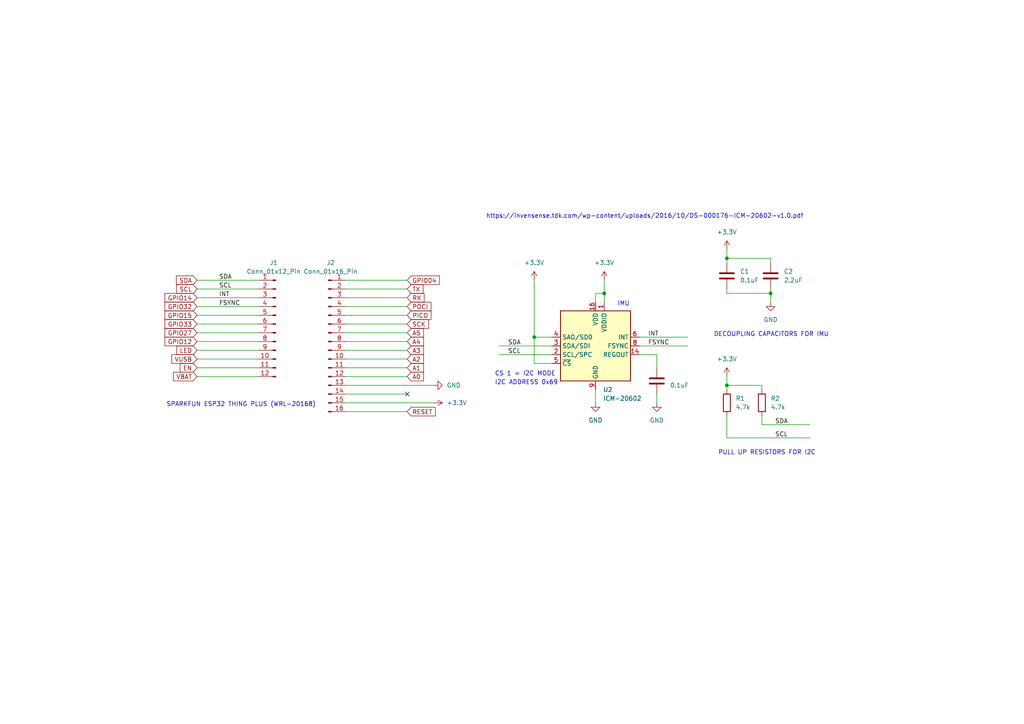
<source format=kicad_sch>
(kicad_sch (version 20230121) (generator eeschema)
  (paper "A4")
  (title_block (title "CSE/EE 475 ESP32 Example") (rev "1.0") (company "University of Washington"))
  (lib_symbols
    (symbol "Connector:Conn_01x12_Pin" (pin_names (offset 1.016) hide)
      (property "Reference" "J" (at 0 15.24 0))
      (property "Value" "Conn_01x12_Pin" (at 0 -17.78 0))
      (symbol "Conn_01x12_Pin_1_1"
        (polyline (pts (xy 1.27 -15.24) (xy 0.8636 -15.24)) (stroke (width 0.1524)))
        (polyline (pts (xy 1.27 -12.7) (xy 0.8636 -12.7)) (stroke (width 0.1524)))
        (polyline (pts (xy 1.27 -10.16) (xy 0.8636 -10.16)) (stroke (width 0.1524)))
        (polyline (pts (xy 1.27 -7.62) (xy 0.8636 -7.62)) (stroke (width 0.1524)))
        (polyline (pts (xy 1.27 -5.08) (xy 0.8636 -5.08)) (stroke (width 0.1524)))
        (polyline (pts (xy 1.27 -2.54) (xy 0.8636 -2.54)) (stroke (width 0.1524)))
        (polyline (pts (xy 1.27 0) (xy 0.8636 0)) (stroke (width 0.1524)))
        (polyline (pts (xy 1.27 2.54) (xy 0.8636 2.54)) (stroke (width 0.1524)))
        (polyline (pts (xy 1.27 5.08) (xy 0.8636 5.08)) (stroke (width 0.1524)))
        (polyline (pts (xy 1.27 7.62) (xy 0.8636 7.62)) (stroke (width 0.1524)))
        (polyline (pts (xy 1.27 10.16) (xy 0.8636 10.16)) (stroke (width 0.1524)))
        (polyline (pts (xy 1.27 12.7) (xy 0.8636 12.7)) (stroke (width 0.1524)))
        (rectangle (start 0.8636 -15.113) (end 0 -15.367) (stroke (width 0.1524)) (fill (type outline)))
        (rectangle (start 0.8636 -12.573) (end 0 -12.827) (stroke (width 0.1524)) (fill (type outline)))
        (rectangle (start 0.8636 -10.033) (end 0 -10.287) (stroke (width 0.1524)) (fill (type outline)))
        (rectangle (start 0.8636 -7.493) (end 0 -7.747) (stroke (width 0.1524)) (fill (type outline)))
        (rectangle (start 0.8636 -4.953) (end 0 -5.207) (stroke (width 0.1524)) (fill (type outline)))
        (rectangle (start 0.8636 -2.413) (end 0 -2.667) (stroke (width 0.1524)) (fill (type outline)))
        (rectangle (start 0.8636 0.127) (end 0 -0.127) (stroke (width 0.1524)) (fill (type outline)))
        (rectangle (start 0.8636 2.667) (end 0 2.413) (stroke (width 0.1524)) (fill (type outline)))
        (rectangle (start 0.8636 5.207) (end 0 4.953) (stroke (width 0.1524)) (fill (type outline)))
        (rectangle (start 0.8636 7.747) (end 0 7.493) (stroke (width 0.1524)) (fill (type outline)))
        (rectangle (start 0.8636 10.287) (end 0 10.033) (stroke (width 0.1524)) (fill (type outline)))
        (rectangle (start 0.8636 12.827) (end 0 12.573) (stroke (width 0.1524)) (fill (type outline)))
        (pin passive line (at 5.08 12.7 180) (length 3.81) (name "Pin_1") (number "1"))
        (pin passive line (at 5.08 -10.16 180) (length 3.81) (name "Pin_10") (number "10"))
        (pin passive line (at 5.08 -12.7 180) (length 3.81) (name "Pin_11") (number "11"))
        (pin passive line (at 5.08 -15.24 180) (length 3.81) (name "Pin_12") (number "12"))
        (pin passive line (at 5.08 10.16 180) (length 3.81) (name "Pin_2") (number "2"))
        (pin passive line (at 5.08 7.62 180) (length 3.81) (name "Pin_3") (number "3"))
        (pin passive line (at 5.08 5.08 180) (length 3.81) (name "Pin_4") (number "4"))
        (pin passive line (at 5.08 2.54 180) (length 3.81) (name "Pin_5") (number "5"))
        (pin passive line (at 5.08 0 180) (length 3.81) (name "Pin_6") (number "6"))
        (pin passive line (at 5.08 -2.54 180) (length 3.81) (name "Pin_7") (number "7"))
        (pin passive line (at 5.08 -5.08 180) (length 3.81) (name "Pin_8") (number "8"))
        (pin passive line (at 5.08 -7.62 180) (length 3.81) (name "Pin_9") (number "9"))
      )
    )
    (symbol "Connector:Conn_01x16_Pin" (pin_names (offset 1.016) hide)
      (property "Reference" "J" (at 0 20.32 0))
      (property "Value" "Conn_01x16_Pin" (at 0 -22.86 0))
      (symbol "Conn_01x16_Pin_1_1"
        (polyline (pts (xy 1.27 -20.32) (xy 0.8636 -20.32)) (stroke (width 0.1524)))
        (polyline (pts (xy 1.27 -17.78) (xy 0.8636 -17.78)) (stroke (width 0.1524)))
        (polyline (pts (xy 1.27 -15.24) (xy 0.8636 -15.24)) (stroke (width 0.1524)))
        (polyline (pts (xy 1.27 -12.7) (xy 0.8636 -12.7)) (stroke (width 0.1524)))
        (polyline (pts (xy 1.27 -10.16) (xy 0.8636 -10.16)) (stroke (width 0.1524)))
        (polyline (pts (xy 1.27 -7.62) (xy 0.8636 -7.62)) (stroke (width 0.1524)))
        (polyline (pts (xy 1.27 -5.08) (xy 0.8636 -5.08)) (stroke (width 0.1524)))
        (polyline (pts (xy 1.27 -2.54) (xy 0.8636 -2.54)) (stroke (width 0.1524)))
        (polyline (pts (xy 1.27 0) (xy 0.8636 0)) (stroke (width 0.1524)))
        (polyline (pts (xy 1.27 2.54) (xy 0.8636 2.54)) (stroke (width 0.1524)))
        (polyline (pts (xy 1.27 5.08) (xy 0.8636 5.08)) (stroke (width 0.1524)))
        (polyline (pts (xy 1.27 7.62) (xy 0.8636 7.62)) (stroke (width 0.1524)))
        (polyline (pts (xy 1.27 10.16) (xy 0.8636 10.16)) (stroke (width 0.1524)))
        (polyline (pts (xy 1.27 12.7) (xy 0.8636 12.7)) (stroke (width 0.1524)))
        (polyline (pts (xy 1.27 15.24) (xy 0.8636 15.24)) (stroke (width 0.1524)))
        (polyline (pts (xy 1.27 17.78) (xy 0.8636 17.78)) (stroke (width 0.1524)))
        (rectangle (start 0.8636 -20.193) (end 0 -20.447) (stroke (width 0.1524)) (fill (type outline)))
        (rectangle (start 0.8636 -17.653) (end 0 -17.907) (stroke (width 0.1524)) (fill (type outline)))
        (rectangle (start 0.8636 -15.113) (end 0 -15.367) (stroke (width 0.1524)) (fill (type outline)))
        (rectangle (start 0.8636 -12.573) (end 0 -12.827) (stroke (width 0.1524)) (fill (type outline)))
        (rectangle (start 0.8636 -10.033) (end 0 -10.287) (stroke (width 0.1524)) (fill (type outline)))
        (rectangle (start 0.8636 -7.493) (end 0 -7.747) (stroke (width 0.1524)) (fill (type outline)))
        (rectangle (start 0.8636 -4.953) (end 0 -5.207) (stroke (width 0.1524)) (fill (type outline)))
        (rectangle (start 0.8636 -2.413) (end 0 -2.667) (stroke (width 0.1524)) (fill (type outline)))
        (rectangle (start 0.8636 0.127) (end 0 -0.127) (stroke (width 0.1524)) (fill (type outline)))
        (rectangle (start 0.8636 2.667) (end 0 2.413) (stroke (width 0.1524)) (fill (type outline)))
        (rectangle (start 0.8636 5.207) (end 0 4.953) (stroke (width 0.1524)) (fill (type outline)))
        (rectangle (start 0.8636 7.747) (end 0 7.493) (stroke (width 0.1524)) (fill (type outline)))
        (rectangle (start 0.8636 10.287) (end 0 10.033) (stroke (width 0.1524)) (fill (type outline)))
        (rectangle (start 0.8636 12.827) (end 0 12.573) (stroke (width 0.1524)) (fill (type outline)))
        (rectangle (start 0.8636 15.367) (end 0 15.113) (stroke (width 0.1524)) (fill (type outline)))
        (rectangle (start 0.8636 17.907) (end 0 17.653) (stroke (width 0.1524)) (fill (type outline)))
        (pin passive line (at 5.08 17.78 180) (length 3.81) (name "Pin_1") (number "1"))
        (pin passive line (at 5.08 -5.08 180) (length 3.81) (name "Pin_10") (number "10"))
        (pin passive line (at 5.08 -7.62 180) (length 3.81) (name "Pin_11") (number "11"))
        (pin passive line (at 5.08 -10.16 180) (length 3.81) (name "Pin_12") (number "12"))
        (pin passive line (at 5.08 -12.7 180) (length 3.81) (name "Pin_13") (number "13"))
        (pin passive line (at 5.08 -15.24 180) (length 3.81) (name "Pin_14") (number "14"))
        (pin passive line (at 5.08 -17.78 180) (length 3.81) (name "Pin_15") (number "15"))
        (pin passive line (at 5.08 -20.32 180) (length 3.81) (name "Pin_16") (number "16"))
        (pin passive line (at 5.08 15.24 180) (length 3.81) (name "Pin_2") (number "2"))
        (pin passive line (at 5.08 12.7 180) (length 3.81) (name "Pin_3") (number "3"))
        (pin passive line (at 5.08 10.16 180) (length 3.81) (name "Pin_4") (number "4"))
        (pin passive line (at 5.08 7.62 180) (length 3.81) (name "Pin_5") (number "5"))
        (pin passive line (at 5.08 5.08 180) (length 3.81) (name "Pin_6") (number "6"))
        (pin passive line (at 5.08 2.54 180) (length 3.81) (name "Pin_7") (number "7"))
        (pin passive line (at 5.08 0 180) (length 3.81) (name "Pin_8") (number "8"))
        (pin passive line (at 5.08 -2.54 180) (length 3.81) (name "Pin_9") (number "9"))
      )
    )
    (symbol "Device:C" (pin_numbers hide) (pin_names (offset 0.254))
      (property "Reference" "C" (at 0.635 2.54 0))
      (property "Value" "C" (at 0.635 -2.54 0))
      (symbol "C_0_1"
        (polyline (pts (xy -2.032 -0.762) (xy 2.032 -0.762)) (stroke (width 0.508)))
        (polyline (pts (xy -2.032 0.762) (xy 2.032 0.762)) (stroke (width 0.508)))
      )
      (symbol "C_1_1"
        (pin passive line (at 0 3.81 270) (length 2.794) (name "~") (number "1"))
        (pin passive line (at 0 -3.81 90) (length 2.794) (name "~") (number "2"))
      )
    )
    (symbol "Device:R" (pin_numbers hide) (pin_names (offset 0))
      (property "Reference" "R" (at 2.032 0 90))
      (property "Value" "R" (at 0 0 90))
      (symbol "R_0_1"
        (rectangle (start -1.016 -2.54) (end 1.016 2.54) (stroke (width 0.254)))
      )
      (symbol "R_1_1"
        (pin passive line (at 0 3.81 270) (length 1.27) (name "~") (number "1"))
        (pin passive line (at 0 -3.81 90) (length 1.27) (name "~") (number "2"))
      )
    )
    (symbol "Sensor_Motion:ICM-20602"
      (property "Reference" "U" (at -10.16 11.43 0))
      (property "Value" "ICM-20602" (at 10.16 11.43 0))
      (symbol "ICM-20602_0_1"
        (rectangle (start -10.16 10.16) (end 10.16 -10.16) (stroke (width 0.254)) (fill (type background)))
      )
      (symbol "ICM-20602_1_1"
        (pin power_in line (at 2.54 12.7 270) (length 2.54) (name "VDDIO") (number "1"))
        (pin passive line (at 0 -12.7 90) (length 2.54) hide (name "GND") (number "10"))
        (pin passive line (at 0 -12.7 90) (length 2.54) hide (name "GND") (number "11"))
        (pin passive line (at 0 -12.7 90) (length 2.54) hide (name "GND") (number "12"))
        (pin passive line (at 0 -12.7 90) (length 2.54) hide (name "GND") (number "13"))
        (pin passive line (at 12.7 -2.54 180) (length 2.54) (name "REGOUT") (number "14"))
        (pin passive line (at 0 -12.7 90) (length 2.54) hide (name "GND") (number "15"))
        (pin power_in line (at 0 12.7 270) (length 2.54) (name "VDD") (number "16"))
        (pin input line (at -12.7 -2.54 0) (length 2.54) (name "SCL/SPC") (number "2"))
        (pin bidirectional line (at -12.7 0 0) (length 2.54) (name "SDA/SDI") (number "3"))
        (pin bidirectional line (at -12.7 2.54 0) (length 2.54) (name "SAO/SD0") (number "4"))
        (pin input line (at -12.7 -5.08 0) (length 2.54) (name "~{CS}") (number "5"))
        (pin output line (at 12.7 2.54 180) (length 2.54) (name "INT") (number "6"))
        (pin no_connect line (at -10.16 5.08 0) (length 2.54) hide (name "RESV") (number "7"))
        (pin input line (at 12.7 0 180) (length 2.54) (name "FSYNC") (number "8"))
        (pin power_in line (at 0 -12.7 90) (length 2.54) (name "GND") (number "9"))
      )
    )
    (symbol "power:+3.3V" (power) (pin_names (offset 0))
      (property "Value" "+3.3V" (at 0 3.556 0))
      (symbol "+3.3V_0_1"
        (polyline (pts (xy -0.762 1.27) (xy 0 2.54)))
        (polyline (pts (xy 0 0) (xy 0 2.54)))
        (polyline (pts (xy 0 2.54) (xy 0.762 1.27)))
      )
      (symbol "+3.3V_1_1"
        (pin power_in line (at 0 0 90) (length 0) hide (name "+3.3V") (number "1"))
      )
    )
    (symbol "power:GND" (power) (pin_names (offset 0))
      (property "Value" "GND" (at 0 -3.81 0))
      (symbol "GND_0_1"
        (polyline (pts (xy 0 0) (xy 0 -1.27) (xy 1.27 -1.27) (xy 0 -2.54) (xy -1.27 -1.27) (xy 0 -1.27)))
      )
      (symbol "GND_1_1"
        (pin power_in line (at 0 0 270) (length 0) hide (name "GND") (number "1"))
      )
    )
  )
  (junction (at 154.94 97.79))
  (junction (at 210.82 74.93))
  (junction (at 223.52 85.09))
  (junction (at 210.82 111.76))
  (junction (at 175.26 85.09))
  (no_connect (at 118.11 114.3))
  (wire (pts (xy 154.94 97.79) (xy 154.94 105.41)))
  (wire (pts (xy 210.82 127) (xy 234.95 127)))
  (wire (pts (xy 57.15 93.98) (xy 74.93 93.98)))
  (wire (pts (xy 210.82 120.65) (xy 210.82 127)))
  (wire (pts (xy 100.33 119.38) (xy 118.11 119.38)))
  (wire (pts (xy 154.94 97.79) (xy 160.02 97.79)))
  (wire (pts (xy 220.98 111.76) (xy 220.98 113.03)))
  (wire (pts (xy 57.15 88.9) (xy 74.93 88.9)))
  (wire (pts (xy 210.82 85.09) (xy 223.52 85.09)))
  (wire (pts (xy 185.42 100.33) (xy 199.39 100.33)))
  (wire (pts (xy 100.33 109.22) (xy 118.11 109.22)))
  (wire (pts (xy 144.78 102.87) (xy 160.02 102.87)))
  (wire (pts (xy 223.52 85.09) (xy 223.52 87.63)))
  (wire (pts (xy 57.15 86.36) (xy 74.93 86.36)))
  (wire (pts (xy 100.33 116.84) (xy 125.73 116.84)))
  (wire (pts (xy 100.33 111.76) (xy 125.73 111.76)))
  (wire (pts (xy 223.52 74.93) (xy 223.52 76.2)))
  (wire (pts (xy 154.94 105.41) (xy 160.02 105.41)))
  (wire (pts (xy 57.15 81.28) (xy 74.93 81.28)))
  (wire (pts (xy 100.33 101.6) (xy 118.11 101.6)))
  (wire (pts (xy 100.33 81.28) (xy 118.11 81.28)))
  (wire (pts (xy 175.26 85.09) (xy 175.26 87.63)))
  (wire (pts (xy 210.82 83.82) (xy 210.82 85.09)))
  (wire (pts (xy 220.98 120.65) (xy 220.98 123.19)))
  (wire (pts (xy 100.33 88.9) (xy 118.11 88.9)))
  (wire (pts (xy 100.33 93.98) (xy 118.11 93.98)))
  (wire (pts (xy 210.82 74.93) (xy 210.82 76.2)))
  (wire (pts (xy 185.42 102.87) (xy 190.5 102.87)))
  (wire (pts (xy 154.94 81.28) (xy 154.94 97.79)))
  (wire (pts (xy 57.15 109.22) (xy 74.93 109.22)))
  (wire (pts (xy 57.15 96.52) (xy 74.93 96.52)))
  (wire (pts (xy 210.82 111.76) (xy 220.98 111.76)))
  (wire (pts (xy 190.5 114.3) (xy 190.5 116.84)))
  (wire (pts (xy 100.33 86.36) (xy 118.11 86.36)))
  (wire (pts (xy 172.72 85.09) (xy 175.26 85.09)))
  (wire (pts (xy 100.33 91.44) (xy 118.11 91.44)))
  (wire (pts (xy 210.82 113.03) (xy 210.82 111.76)))
  (wire (pts (xy 100.33 99.06) (xy 118.11 99.06)))
  (wire (pts (xy 190.5 102.87) (xy 190.5 106.68)))
  (wire (pts (xy 100.33 106.68) (xy 118.11 106.68)))
  (wire (pts (xy 57.15 104.14) (xy 74.93 104.14)))
  (wire (pts (xy 100.33 114.3) (xy 118.11 114.3)))
  (wire (pts (xy 220.98 123.19) (xy 234.95 123.19)))
  (wire (pts (xy 223.52 85.09) (xy 223.52 83.82)))
  (wire (pts (xy 144.78 100.33) (xy 160.02 100.33)))
  (wire (pts (xy 57.15 83.82) (xy 74.93 83.82)))
  (wire (pts (xy 185.42 97.79) (xy 199.39 97.79)))
  (wire (pts (xy 100.33 96.52) (xy 118.11 96.52)))
  (wire (pts (xy 57.15 106.68) (xy 74.93 106.68)))
  (wire (pts (xy 210.82 72.39) (xy 210.82 74.93)))
  (wire (pts (xy 57.15 99.06) (xy 74.93 99.06)))
  (wire (pts (xy 210.82 74.93) (xy 223.52 74.93)))
  (wire (pts (xy 57.15 91.44) (xy 74.93 91.44)))
  (wire (pts (xy 172.72 113.03) (xy 172.72 116.84)))
  (wire (pts (xy 100.33 83.82) (xy 118.11 83.82)))
  (wire (pts (xy 172.72 87.63) (xy 172.72 85.09)))
  (wire (pts (xy 210.82 109.22) (xy 210.82 111.76)))
  (wire (pts (xy 100.33 104.14) (xy 118.11 104.14)))
  (wire (pts (xy 57.15 101.6) (xy 74.93 101.6)))
  (wire (pts (xy 175.26 81.28) (xy 175.26 85.09)))
  (text "I2C ADDRESS 0x69" (at 143.51 111.76 0) (effects (font (size 1.27 1.27)) (justify left bottom)))
  (text "PULL UP RESISTORS FOR I2C" (at 208.28 132.08 0) (effects (font (size 1.27 1.27)) (justify left bottom)))
  (text "CS 1 = I2C MODE" (at 143.51 109.22 0) (effects (font (size 1.27 1.27)) (justify left bottom)))
  (text "IMU" (at 179.07 88.9 0) (effects (font (size 1.27 1.27)) (justify left bottom)))
  (text "https://invensense.tdk.com/wp-content/uploads/2016/10/DS-000176-ICM-20602-v1.0.pdf" (at 140.97 63.5 0) (effects (font (size 1.27 1.27)) (justify left bottom)))
  (text "SPARKFUN ESP32 THING PLUS (WRL-20168)" (at 48.26 118.11 0) (effects (font (size 1.27 1.27)) (justify left bottom)))
  (text "DECOUPLING CAPACITORS FOR IMU" (at 207.01 97.79 0) (effects (font (size 1.27 1.27)) (justify left bottom)))
  (label "FSYNC" (at 187.96 100.33 0))
  (label "SCL" (at 147.32 102.87 0))
  (label "SDA" (at 147.32 100.33 0))
  (label "SCL" (at 63.5 83.82 0))
  (label "SDA" (at 224.79 123.19 0))
  (label "SDA" (at 63.5 81.28 0))
  (label "FSYNC" (at 63.5 88.9 0))
  (label "INT" (at 63.5 86.36 0))
  (label "SCL" (at 224.79 127 0))
  (label "INT" (at 187.96 97.79 0))
  (global_label "VUSB" (shape input) (at 57.15 104.14 180) (property "Intersheetrefs" "${INTERSHEET_REFS}" (effects hide)))
  (global_label "GPIO15" (shape input) (at 57.15 91.44 180) (property "Intersheetrefs" "${INTERSHEET_REFS}" (effects hide)))
  (global_label "GPIO04" (shape input) (at 118.11 81.28 0) (property "Intersheetrefs" "${INTERSHEET_REFS}" (effects hide)))
  (global_label "A4" (shape input) (at 118.11 99.06 0) (property "Intersheetrefs" "${INTERSHEET_REFS}" (effects hide)))
  (global_label "GPIO12" (shape input) (at 57.15 99.06 180) (property "Intersheetrefs" "${INTERSHEET_REFS}" (effects hide)))
  (global_label "SCK" (shape input) (at 118.11 93.98 0) (property "Intersheetrefs" "${INTERSHEET_REFS}" (effects hide)))
  (global_label "GPIO14" (shape input) (at 57.15 86.36 180) (property "Intersheetrefs" "${INTERSHEET_REFS}" (effects hide)))
  (global_label "A1" (shape input) (at 118.11 106.68 0) (property "Intersheetrefs" "${INTERSHEET_REFS}" (effects hide)))
  (global_label "A0" (shape input) (at 118.11 109.22 0) (property "Intersheetrefs" "${INTERSHEET_REFS}" (effects hide)))
  (global_label "TX" (shape input) (at 118.11 83.82 0) (property "Intersheetrefs" "${INTERSHEET_REFS}" (effects hide)))
  (global_label "POCI" (shape input) (at 118.11 88.9 0) (property "Intersheetrefs" "${INTERSHEET_REFS}" (effects hide)))
  (global_label "SDA" (shape input) (at 57.15 81.28 180) (property "Intersheetrefs" "${INTERSHEET_REFS}" (effects hide)))
  (global_label "SCL" (shape input) (at 57.15 83.82 180) (property "Intersheetrefs" "${INTERSHEET_REFS}" (effects hide)))
  (global_label "GPIO33" (shape input) (at 57.15 93.98 180) (property "Intersheetrefs" "${INTERSHEET_REFS}" (effects hide)))
  (global_label "VBAT" (shape input) (at 57.15 109.22 180) (property "Intersheetrefs" "${INTERSHEET_REFS}" (effects hide)))
  (global_label "PICO" (shape input) (at 118.11 91.44 0) (property "Intersheetrefs" "${INTERSHEET_REFS}" (effects hide)))
  (global_label "GPIO32" (shape input) (at 57.15 88.9 180) (property "Intersheetrefs" "${INTERSHEET_REFS}" (effects hide)))
  (global_label "RESET" (shape input) (at 118.11 119.38 0) (property "Intersheetrefs" "${INTERSHEET_REFS}" (effects hide)))
  (global_label "LED" (shape input) (at 57.15 101.6 180) (property "Intersheetrefs" "${INTERSHEET_REFS}" (effects hide)))
  (global_label "A3" (shape input) (at 118.11 101.6 0) (property "Intersheetrefs" "${INTERSHEET_REFS}" (effects hide)))
  (global_label "EN" (shape input) (at 57.15 106.68 180) (property "Intersheetrefs" "${INTERSHEET_REFS}" (effects hide)))
  (global_label "A5" (shape input) (at 118.11 96.52 0) (property "Intersheetrefs" "${INTERSHEET_REFS}" (effects hide)))
  (global_label "A2" (shape input) (at 118.11 104.14 0) (property "Intersheetrefs" "${INTERSHEET_REFS}" (effects hide)))
  (global_label "GPIO27" (shape input) (at 57.15 96.52 180) (property "Intersheetrefs" "${INTERSHEET_REFS}" (effects hide)))
  (global_label "RX" (shape input) (at 118.11 86.36 0) (property "Intersheetrefs" "${INTERSHEET_REFS}" (effects hide)))
  (symbol (lib_id "power:GND") (at 223.52 87.63 0) (unit 1)
    (property "Reference" "#PWR07" (effects hide))
    (property "Value" "GND" (at 223.52 92.71 0))
  )
  (symbol (lib_id "Connector:Conn_01x16_Pin") (at 95.25 99.06 0) (unit 1)
    (property "Reference" "J2" (at 95.885 76.2 0))
    (property "Value" "Conn_01x16_Pin" (at 95.885 78.74 0))
    (property "Footprint" "Connector_PinHeader_2.54mm:PinHeader_1x16_P2.54mm_Vertical" (effects hide))
  )
  (symbol (lib_id "Device:C") (at 190.5 110.49 0) (unit 1)
    (property "Reference" "C3" (effects hide))
    (property "Value" "0.1uF" (at 194.31 111.76 0) (effects (justify left)))
    (property "Footprint" "Capacitor_SMD:C_0805_2012Metric" (effects hide))
  )
  (symbol (lib_id "power:+3.3V") (at 154.94 81.28 0) (unit 1)
    (property "Reference" "#PWR09" (effects hide))
    (property "Value" "+3.3V" (at 154.94 76.2 0))
  )
  (symbol (lib_id "Device:C") (at 223.52 80.01 0) (unit 1)
    (property "Reference" "C2" (at 227.33 78.74 0) (effects (justify left)))
    (property "Value" "2.2uF" (at 227.33 81.28 0) (effects (justify left)))
    (property "Footprint" "Capacitor_SMD:C_0805_2012Metric" (effects hide))
  )
  (symbol (lib_id "power:+3.3V") (at 210.82 109.22 0) (unit 1)
    (property "Reference" "#PWR08" (effects hide))
    (property "Value" "+3.3V" (at 210.82 104.14 0))
  )
  (symbol (lib_id "Device:R") (at 220.98 116.84 0) (unit 1)
    (property "Reference" "R2" (at 223.52 115.57 0) (effects (justify left)))
    (property "Value" "4.7k" (at 223.52 118.11 0) (effects (justify left)))
    (property "Footprint" "Resistor_SMD:R_0805_2012Metric" (effects hide))
  )
  (symbol (lib_id "Connector:Conn_01x12_Pin") (at 80.01 93.98 0) (mirror y) (unit 1)
    (property "Reference" "J1" (at 79.375 76.2 0))
    (property "Value" "Conn_01x12_Pin" (at 79.375 78.74 0))
    (property "Footprint" "Connector_PinHeader_2.54mm:PinHeader_1x12_P2.54mm_Vertical" (effects hide))
  )
  (symbol (lib_id "Sensor_Motion:ICM-20602") (at 172.72 100.33 0) (unit 1)
    (property "Reference" "U2" (at 174.9141 113.03 0) (effects (justify left)))
    (property "Value" "ICM-20602" (at 174.9141 115.57 0) (effects (justify left)))
    (property "Footprint" "Package_LGA:LGA-16_3x3mm_P0.5mm_LayoutBorder3x5y" (effects hide))
    (property "Datasheet" "http://www.invensense.com/wp-content/uploads/2016/10/DS-000176-ICM-20602-v1.0.pdf" (effects hide))
  )
  (symbol (lib_id "power:+3.3V") (at 125.73 116.84 270) (unit 1)
    (property "Reference" "#PWR04" (effects hide))
    (property "Value" "+3.3V" (at 129.54 116.84 90) (effects (justify left)))
  )
  (symbol (lib_id "power:GND") (at 190.5 116.84 0) (unit 1)
    (property "Reference" "#PWR05" (effects hide))
    (property "Value" "GND" (at 190.5 121.92 0))
  )
  (symbol (lib_id "Device:C") (at 210.82 80.01 0) (unit 1)
    (property "Reference" "C1" (at 214.63 78.74 0) (effects (justify left)))
    (property "Value" "0.1uF" (at 214.63 81.28 0) (effects (justify left)))
    (property "Footprint" "Capacitor_SMD:C_0805_2012Metric" (effects hide))
  )
  (symbol (lib_id "power:+3.3V") (at 210.82 72.39 0) (unit 1)
    (property "Reference" "#PWR06" (effects hide))
    (property "Value" "+3.3V" (at 210.82 67.31 0))
  )
  (symbol (lib_id "Device:R") (at 210.82 116.84 0) (unit 1)
    (property "Reference" "R1" (at 213.36 115.57 0) (effects (justify left)))
    (property "Value" "4.7k" (at 213.36 118.11 0) (effects (justify left)))
    (property "Footprint" "Resistor_SMD:R_0805_2012Metric" (effects hide))
  )
  (symbol (lib_id "power:+3.3V") (at 175.26 81.28 0) (unit 1)
    (property "Reference" "#PWR03" (effects hide))
    (property "Value" "+3.3V" (at 175.26 76.2 0))
  )
  (symbol (lib_id "power:GND") (at 125.73 111.76 90) (unit 1)
    (property "Reference" "#PWR01" (effects hide))
    (property "Value" "GND" (at 129.54 111.76 90) (effects (justify right)))
  )
  (symbol (lib_id "power:GND") (at 172.72 116.84 0) (unit 1)
    (property "Reference" "#PWR02" (effects hide))
    (property "Value" "GND" (at 172.72 121.92 0))
  )
)
</source>
